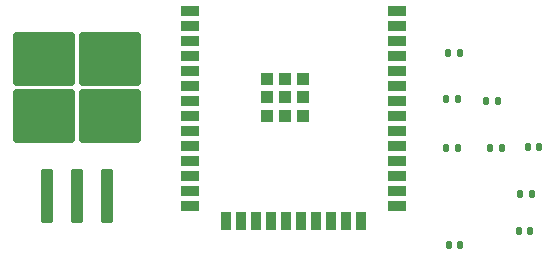
<source format=gbr>
%TF.GenerationSoftware,KiCad,Pcbnew,8.0.6*%
%TF.CreationDate,2024-12-07T16:12:25-04:00*%
%TF.ProjectId,Tarea Final,54617265-6120-4466-996e-616c2e6b6963,rev?*%
%TF.SameCoordinates,Original*%
%TF.FileFunction,Paste,Top*%
%TF.FilePolarity,Positive*%
%FSLAX46Y46*%
G04 Gerber Fmt 4.6, Leading zero omitted, Abs format (unit mm)*
G04 Created by KiCad (PCBNEW 8.0.6) date 2024-12-07 16:12:25*
%MOMM*%
%LPD*%
G01*
G04 APERTURE LIST*
G04 Aperture macros list*
%AMRoundRect*
0 Rectangle with rounded corners*
0 $1 Rounding radius*
0 $2 $3 $4 $5 $6 $7 $8 $9 X,Y pos of 4 corners*
0 Add a 4 corners polygon primitive as box body*
4,1,4,$2,$3,$4,$5,$6,$7,$8,$9,$2,$3,0*
0 Add four circle primitives for the rounded corners*
1,1,$1+$1,$2,$3*
1,1,$1+$1,$4,$5*
1,1,$1+$1,$6,$7*
1,1,$1+$1,$8,$9*
0 Add four rect primitives between the rounded corners*
20,1,$1+$1,$2,$3,$4,$5,0*
20,1,$1+$1,$4,$5,$6,$7,0*
20,1,$1+$1,$6,$7,$8,$9,0*
20,1,$1+$1,$8,$9,$2,$3,0*%
G04 Aperture macros list end*
%ADD10RoundRect,0.250000X0.300000X-2.050000X0.300000X2.050000X-0.300000X2.050000X-0.300000X-2.050000X0*%
%ADD11RoundRect,0.250000X2.375000X-2.025000X2.375000X2.025000X-2.375000X2.025000X-2.375000X-2.025000X0*%
%ADD12R,1.500000X0.900000*%
%ADD13R,0.900000X1.500000*%
%ADD14R,1.050000X1.050000*%
%ADD15RoundRect,0.135000X-0.135000X-0.185000X0.135000X-0.185000X0.135000X0.185000X-0.135000X0.185000X0*%
%ADD16RoundRect,0.140000X-0.140000X-0.170000X0.140000X-0.170000X0.140000X0.170000X-0.140000X0.170000X0*%
G04 APERTURE END LIST*
D10*
%TO.C,U2*%
X109940000Y-90810000D03*
X112480000Y-90810000D03*
D11*
X109705000Y-84085000D03*
X115255000Y-84085000D03*
X109705000Y-79235000D03*
X115255000Y-79235000D03*
D10*
X115020000Y-90810000D03*
%TD*%
D12*
%TO.C,U1*%
X122050000Y-75150000D03*
X122050000Y-76420000D03*
X122050000Y-77690000D03*
X122050000Y-78960000D03*
X122050000Y-80230000D03*
X122050000Y-81500000D03*
X122050000Y-82770000D03*
X122050000Y-84040000D03*
X122050000Y-85310000D03*
X122050000Y-86580000D03*
X122050000Y-87850000D03*
X122050000Y-89120000D03*
X122050000Y-90390000D03*
X122050000Y-91660000D03*
D13*
X125090000Y-92910000D03*
X126360000Y-92910000D03*
X127630000Y-92910000D03*
X128900000Y-92910000D03*
X130170000Y-92910000D03*
X131440000Y-92910000D03*
X132710000Y-92910000D03*
X133980000Y-92910000D03*
X135250000Y-92910000D03*
X136520000Y-92910000D03*
D12*
X139550000Y-91660000D03*
X139550000Y-90390000D03*
X139550000Y-89120000D03*
X139550000Y-87850000D03*
X139550000Y-86580000D03*
X139550000Y-85310000D03*
X139550000Y-84040000D03*
X139550000Y-82770000D03*
X139550000Y-81500000D03*
X139550000Y-80230000D03*
X139550000Y-78960000D03*
X139550000Y-77690000D03*
X139550000Y-76420000D03*
X139550000Y-75150000D03*
D14*
X128595000Y-80965000D03*
X128595000Y-82490000D03*
X128595000Y-84015000D03*
X130120000Y-80965000D03*
X130120000Y-82490000D03*
X130120000Y-84015000D03*
X131645000Y-80965000D03*
X131645000Y-82490000D03*
X131645000Y-84015000D03*
%TD*%
D15*
%TO.C,R5*%
X143860000Y-78760000D03*
X144880000Y-78760000D03*
%TD*%
%TO.C,R4*%
X147120000Y-82750000D03*
X148140000Y-82750000D03*
%TD*%
%TO.C,R3*%
X143740000Y-82660000D03*
X144760000Y-82660000D03*
%TD*%
%TO.C,R2*%
X147440000Y-86770000D03*
X148460000Y-86770000D03*
%TD*%
%TO.C,R1*%
X143700000Y-86770000D03*
X144720000Y-86770000D03*
%TD*%
D16*
%TO.C,C4*%
X149890000Y-93800000D03*
X150850000Y-93800000D03*
%TD*%
%TO.C,C3*%
X150010000Y-90650000D03*
X150970000Y-90650000D03*
%TD*%
%TO.C,C2*%
X143960000Y-95000000D03*
X144920000Y-95000000D03*
%TD*%
%TO.C,C1*%
X150670000Y-86720000D03*
X151630000Y-86720000D03*
%TD*%
M02*

</source>
